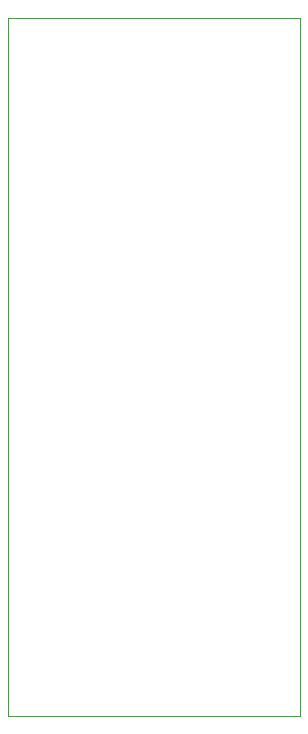
<source format=gbr>
%TF.GenerationSoftware,KiCad,Pcbnew,7.0.2*%
%TF.CreationDate,2024-02-22T17:54:16+01:00*%
%TF.ProjectId,flowsense,666c6f77-7365-46e7-9365-2e6b69636164,rev?*%
%TF.SameCoordinates,Original*%
%TF.FileFunction,Profile,NP*%
%FSLAX46Y46*%
G04 Gerber Fmt 4.6, Leading zero omitted, Abs format (unit mm)*
G04 Created by KiCad (PCBNEW 7.0.2) date 2024-02-22 17:54:16*
%MOMM*%
%LPD*%
G01*
G04 APERTURE LIST*
%TA.AperFunction,Profile*%
%ADD10C,0.100000*%
%TD*%
G04 APERTURE END LIST*
D10*
X61595000Y-32308800D02*
X86360000Y-32308800D01*
X86360000Y-91440000D01*
X61595000Y-91440000D01*
X61595000Y-32308800D01*
M02*

</source>
